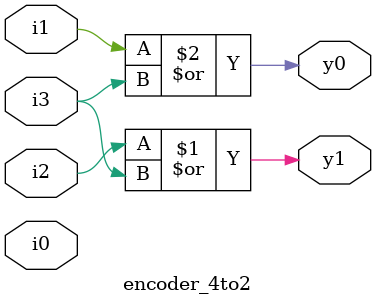
<source format=v>
`timescale 1ns / 1ps


module encoder_4to2(i0, i1, i2, i3, y0, y1);
  input i0, i1, i2, i3;
  output y0, y1;
  
  or or1(y1, i2, i3);
  or or2(y0, i1, i3);
endmodule

</source>
